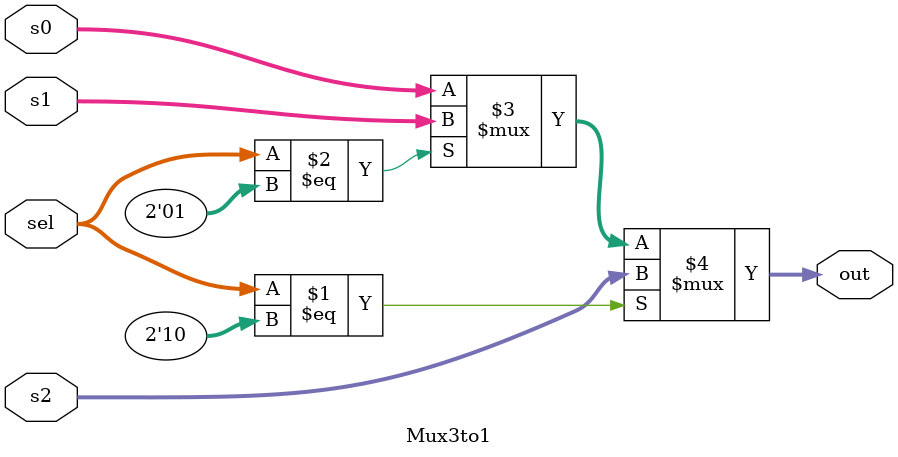
<source format=v>
module Mux3to1 #(
    parameter size = 32
) 
(
    input [1:0] sel,
    input signed [size-1:0] s0,
    input signed [size-1:0] s1,
    input signed [size-1:0] s2,
    output reg signed [size-1:0] out
);

    assign out = sel == 2'b10 ? s2 : (sel == 2'b01) ? s1 : s0;
endmodule


</source>
